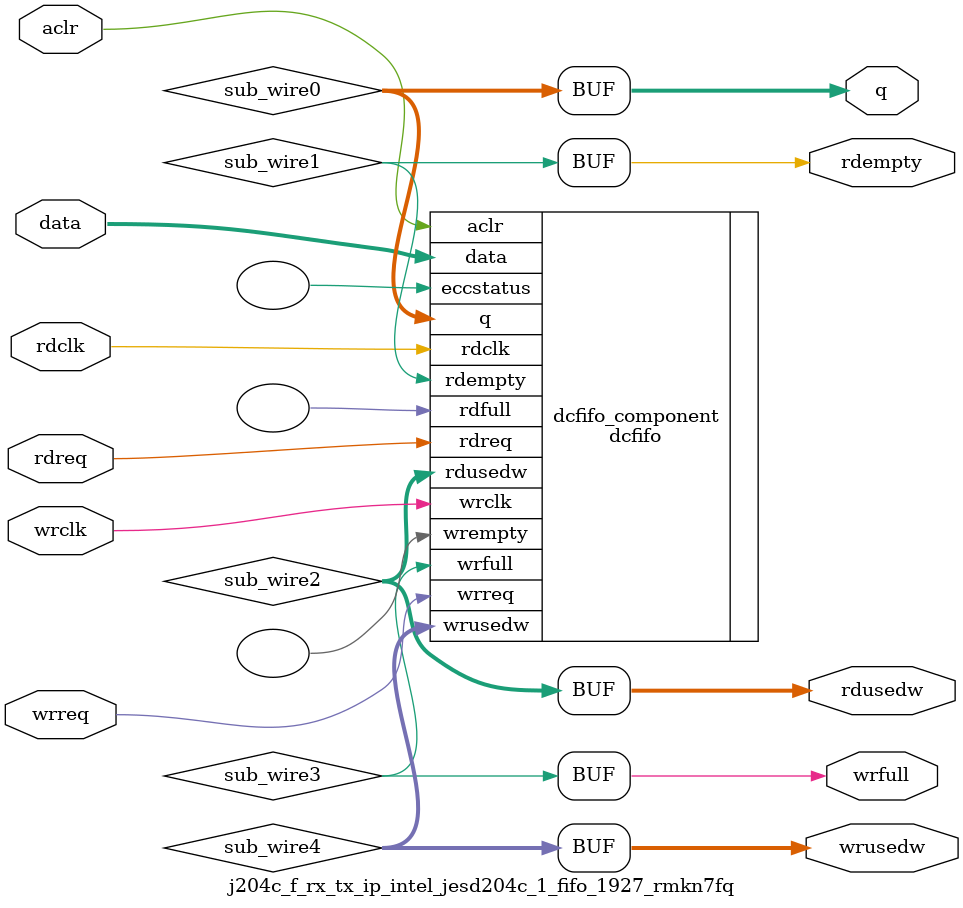
<source format=v>



`timescale 1 ps / 1 ps
// synopsys translate_on
module  j204c_f_rx_tx_ip_intel_jesd204c_1_fifo_1927_rmkn7fq  (
    aclr,
    data,
    rdclk,
    rdreq,
    wrclk,
    wrreq,
    q,
    rdempty,
    rdusedw,
    wrfull,
    wrusedw);

    input    aclr;
    input  [131:0]  data;
    input    rdclk;
    input    rdreq;
    input    wrclk;
    input    wrreq;
    output [131:0]  q;
    output   rdempty;
    output [3:0]  rdusedw;
    output   wrfull;
    output [3:0]  wrusedw;
`ifndef ALTERA_RESERVED_QIS
// synopsys translate_off
`endif
    tri0     aclr;
`ifndef ALTERA_RESERVED_QIS
// synopsys translate_on
`endif

    wire [131:0] sub_wire0;
    wire  sub_wire1;
    wire [3:0] sub_wire2;
    wire  sub_wire3;
    wire [3:0] sub_wire4;
    wire [131:0] q = sub_wire0[131:0];
    wire  rdempty = sub_wire1;
    wire [3:0] rdusedw = sub_wire2[3:0];
    wire  wrfull = sub_wire3;
    wire [3:0] wrusedw = sub_wire4[3:0];

    dcfifo  dcfifo_component (
                .aclr (aclr),
                .data (data),
                .rdclk (rdclk),
                .rdreq (rdreq),
                .wrclk (wrclk),
                .wrreq (wrreq),
                .q (sub_wire0),
                .rdempty (sub_wire1),
                .rdusedw (sub_wire2),
                .wrfull (sub_wire3),
                .wrusedw (sub_wire4),
                .eccstatus (),
                .rdfull (),
                .wrempty ());
    defparam
        dcfifo_component.enable_ecc  = "FALSE",
        dcfifo_component.intended_device_family  = "Agilex 7",
        dcfifo_component.lpm_hint  = "RAM_BLOCK_TYPE=MLAB,DISABLE_DCFIFO_EMBEDDED_TIMING_CONSTRAINT=TRUE",
        dcfifo_component.lpm_numwords  = 16,
        dcfifo_component.lpm_showahead  = "OFF",
        dcfifo_component.lpm_type  = "dcfifo",
        dcfifo_component.lpm_width  = 132,
        dcfifo_component.lpm_widthu  = 4,
        dcfifo_component.overflow_checking  = "ON",
        dcfifo_component.rdsync_delaypipe  = 4,
        dcfifo_component.read_aclr_synch  = "ON",
        dcfifo_component.underflow_checking  = "ON",
        dcfifo_component.use_eab  = "ON",
        dcfifo_component.write_aclr_synch  = "ON",
        dcfifo_component.wrsync_delaypipe  = 4;


endmodule



</source>
